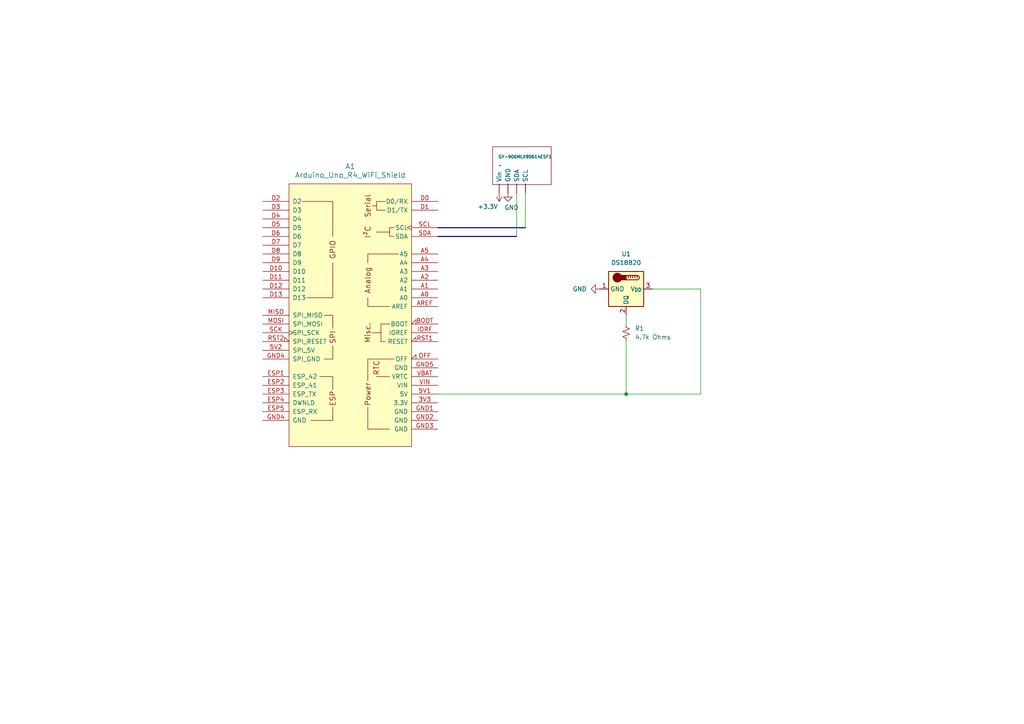
<source format=kicad_sch>
(kicad_sch (version 20250114) (generator "eeschema") (generator_version "9.0")
  (paper "A4")
  (lib_symbols
    (symbol "Breakout_Boards:GY-906_MLX90614ESF"
      (property "Reference" "GY-906MLX90614ESF" (at 2.032 -0.508 0))
      (symbol "GY-906_MLX90614ESF_0_1"
        (rectangle (start -6.985 3.175) (end 10.015 -7.825))
      )
      (symbol "GY-906_MLX90614ESF_1_1"
        (pin power_in line (at -5.08 -10.16 90) (length 2.54) (name "Vin") (number ""))
        (pin power_in line (at -2.54 -10.16 90) (length 2.54) (name "GND") (number ""))
        (pin bidirectional line (at 0 -10.16 90) (length 2.54) (name "SDA") (number ""))
        (pin bidirectional line (at 2.54 -10.16 90) (length 2.54) (name "SCL") (number ""))
      )
    )
    (symbol "Device:R_Small_US" (pin_numbers (hide yes)) (pin_names (offset 0.254) (hide yes))
      (property "Reference" "R" (at 0.762 0.508 0))
      (property "Value" "R_Small_US" (at 0.762 -1.016 0))
      (symbol "R_Small_US_1_1"
        (polyline (pts (xy 0 1.524) (xy 1.016 1.143) (xy 0 0.762) (xy -1.016 0.381) (xy 0 0)))
        (polyline (pts (xy 0 0) (xy 1.016 -0.381) (xy 0 -0.762) (xy -1.016 -1.143) (xy 0 -1.524)))
        (pin passive line (at 0 2.54 270) (length 1.016) (name "~") (number "1"))
        (pin passive line (at 0 -2.54 90) (length 1.016) (name "~") (number "2"))
      )
    )
    (symbol "PCM_arduino-library:Arduino_Uno_R4_WiFi_Shield" (pin_names (offset 1.016))
      (property "Reference" "A" (at 0 43.18 0))
      (property "Value" "Arduino_Uno_R4_WiFi_Shield" (at 0 40.64 0))
      (symbol "Arduino_Uno_R4_WiFi_Shield_0_0"
        (rectangle (start -17.78 38.1) (end 17.78 -38.1) (fill (type background)))
        (polyline (pts (xy -12.7 25.4) (xy -11.43 25.4) (xy -11.43 22.86) (xy -12.7 22.86)))
        (rectangle (start -12.7 -12.7) (end -5.08 -12.7))
        (polyline (pts (xy -11.43 24.13) (xy -7.62 24.13)))
        (rectangle (start -11.43 -33.02) (end -5.08 -33.02))
        (polyline (pts (xy -10.16 33.02) (xy -7.62 33.02) (xy -7.62 30.48) (xy -10.16 30.48)))
        (rectangle (start -10.16 -7.62) (end -8.89 -7.62))
        (rectangle (start -8.89 -2.54) (end -11.43 -2.54))
        (rectangle (start -8.89 -5.08) (end -6.35 -5.08))
        (rectangle (start -8.89 -7.62) (end -8.89 -2.54))
        (polyline (pts (xy -7.62 31.75) (xy -6.35 31.75)))
        (polyline (pts (xy -5.08 15.24) (xy -5.08 17.78) (xy -13.97 17.78)))
        (polyline (pts (xy -5.08 5.08) (xy -5.08 2.54) (xy -11.43 2.54)))
        (polyline (pts (xy -5.08 -12.7) (xy -5.08 -19.05)))
        (polyline (pts (xy -5.08 -26.67) (xy -5.08 -33.02)))
        (polyline (pts (xy 5.08 22.86) (xy 5.08 33.02) (xy 13.97 33.02)))
        (polyline (pts (xy 5.08 15.24) (xy 5.08 5.08) (xy 12.7 5.08)))
        (rectangle (start 5.08 -3.81) (end 5.08 0))
        (rectangle (start 5.08 -12.7) (end 5.08 -8.89))
        (rectangle (start 5.08 -12.7) (end 7.62 -12.7))
        (rectangle (start 5.08 -17.78) (end 8.89 -17.78))
        (rectangle (start 5.08 -21.59) (end 5.08 -17.78))
        (rectangle (start 5.08 -30.48) (end 5.08 -26.67))
        (rectangle (start 5.08 -30.48) (end 11.43 -30.48))
        (rectangle (start 7.62 0) (end 5.08 0))
        (text "RTC" (at -7.62 -15.24 900) (effects (font (size 1.524 1.524))))
        (text "Serial" (at -5.08 31.75 900) (effects (font (size 1.524 1.524))))
        (text "I²C" (at -5.08 24.13 900) (effects (font (size 1.524 1.524))))
        (text "Analog" (at -5.08 10.16 900) (effects (font (size 1.524 1.524))))
        (text "Misc." (at -5.08 -5.08 900) (effects (font (size 1.524 1.524))))
        (text "Power" (at -5.08 -22.86 900) (effects (font (size 1.524 1.524))))
        (text "SPI" (at 5.08 -6.35 900) (effects (font (size 1.524 1.524))))
        (text "ESP" (at 5.08 -24.13 900) (effects (font (size 1.524 1.524))))
      )
      (symbol "Arduino_Uno_R4_WiFi_Shield_0_1"
        (polyline (pts (xy -11.43 -17.78) (xy -7.62 -17.78)))
      )
      (symbol "Arduino_Uno_R4_WiFi_Shield_1_0"
        (text "GPIO" (at 5.08 19.05 900) (effects (font (size 1.524 1.524))))
      )
      (symbol "Arduino_Uno_R4_WiFi_Shield_1_1"
        (pin bidirectional line (at -25.4 33.02 0) (length 7.62) (name "D0/RX") (number "D0"))
        (pin bidirectional line (at -25.4 30.48 0) (length 7.62) (name "D1/TX") (number "D1"))
        (pin bidirectional clock (at -25.4 25.4 0) (length 7.62) (name "SCL") (number "SCL"))
        (pin bidirectional line (at -25.4 22.86 0) (length 7.62) (name "SDA") (number "SDA"))
        (pin bidirectional line (at -25.4 17.78 0) (length 7.62) (name "A5") (number "A5"))
        (pin bidirectional line (at -25.4 15.24 0) (length 7.62) (name "A4") (number "A4"))
        (pin bidirectional line (at -25.4 12.7 0) (length 7.62) (name "A3") (number "A3"))
        (pin bidirectional line (at -25.4 10.16 0) (length 7.62) (name "A2") (number "A2"))
        (pin bidirectional line (at -25.4 7.62 0) (length 7.62) (name "A1") (number "A1"))
        (pin bidirectional line (at -25.4 5.08 0) (length 7.62) (name "A0") (number "A0"))
        (pin input line (at -25.4 2.54 0) (length 7.62) (name "AREF") (number "AREF"))
        (pin input input_low (at -25.4 -2.54 0) (length 7.62) (name "BOOT") (number "BOOT"))
        (pin output line (at -25.4 -5.08 0) (length 7.62) (name "IOREF") (number "IORF"))
        (pin open_collector input_low (at -25.4 -7.62 0) (length 7.62) (name "RESET") (number "RST1"))
        (pin input input_low (at -25.4 -12.7 0) (length 7.62) (name "OFF") (number "OFF"))
        (pin power_in line (at -25.4 -15.24 0) (length 7.62) (name "GND") (number "GND5"))
        (pin power_in line (at -25.4 -17.78 0) (length 7.62) (name "VRTC") (number "VBAT"))
        (pin power_in line (at -25.4 -20.32 0) (length 7.62) (name "VIN") (number "VIN"))
        (pin power_in line (at -25.4 -22.86 0) (length 7.62) (name "5V") (number "5V1"))
        (pin power_out line (at -25.4 -25.4 0) (length 7.62) (name "3.3V") (number "3V3"))
        (pin power_in line (at -25.4 -27.94 0) (length 7.62) (name "GND") (number "GND1"))
        (pin power_in line (at -25.4 -30.48 0) (length 7.62) (name "GND") (number "GND2"))
        (pin power_in line (at -25.4 -33.02 0) (length 7.62) (name "GND") (number "GND3"))
        (pin bidirectional line (at 25.4 33.02 180) (length 7.62) (name "D2") (number "D2"))
        (pin bidirectional line (at 25.4 30.48 180) (length 7.62) (name "D3") (number "D3"))
        (pin bidirectional line (at 25.4 27.94 180) (length 7.62) (name "D4") (number "D4"))
        (pin bidirectional line (at 25.4 25.4 180) (length 7.62) (name "D5") (number "D5"))
        (pin bidirectional line (at 25.4 22.86 180) (length 7.62) (name "D6") (number "D6"))
        (pin bidirectional line (at 25.4 20.32 180) (length 7.62) (name "D7") (number "D7"))
        (pin bidirectional line (at 25.4 17.78 180) (length 7.62) (name "D8") (number "D8"))
        (pin bidirectional line (at 25.4 15.24 180) (length 7.62) (name "D9") (number "D9"))
        (pin bidirectional line (at 25.4 12.7 180) (length 7.62) (name "D10") (number "D10"))
        (pin bidirectional line (at 25.4 10.16 180) (length 7.62) (name "D11") (number "D11"))
        (pin bidirectional line (at 25.4 7.62 180) (length 7.62) (name "D12") (number "D12"))
        (pin bidirectional line (at 25.4 5.08 180) (length 7.62) (name "D13") (number "D13"))
        (pin input line (at 25.4 0 180) (length 7.62) (name "SPI_MISO") (number "MISO"))
        (pin output line (at 25.4 -2.54 180) (length 7.62) (name "SPI_MOSI") (number "MOSI"))
        (pin output clock (at 25.4 -5.08 180) (length 7.62) (name "SPI_SCK") (number "SCK"))
        (pin open_collector input_low (at 25.4 -7.62 180) (length 7.62) (name "SPI_RESET") (number "RST2"))
        (pin power_in line (at 25.4 -10.16 180) (length 7.62) (name "SPI_5V") (number "5V2"))
        (pin power_in line (at 25.4 -12.7 180) (length 7.62) (name "SPI_GND") (number "GND4"))
        (pin bidirectional line (at 25.4 -17.78 180) (length 7.62) (name "ESP_42") (number "ESP1"))
        (pin bidirectional line (at 25.4 -20.32 180) (length 7.62) (name "ESP_41") (number "ESP2"))
        (pin bidirectional line (at 25.4 -22.86 180) (length 7.62) (name "ESP_TX") (number "ESP3"))
        (pin bidirectional line (at 25.4 -25.4 180) (length 7.62) (name "DWNLD") (number "ESP4"))
        (pin bidirectional line (at 25.4 -27.94 180) (length 7.62) (name "ESP_RX") (number "ESP5"))
        (pin power_in line (at 25.4 -30.48 180) (length 7.62) (name "GND") (number "GND4"))
      )
    )
    (symbol "Sensor_Temperature:DS18B20"
      (property "Reference" "U" (at -3.81 6.35 0))
      (property "Value" "DS18B20" (at 6.35 6.35 0))
      (symbol "DS18B20_0_1"
        (rectangle (start -5.08 5.08) (end 5.08 -5.08) (stroke (width 0.254)) (fill (type background)))
        (polyline (pts (xy -3.937 3.175) (xy -3.937 0)) (stroke (width 0.254)))
        (polyline (pts (xy -3.937 3.175) (xy -3.302 3.175)) (stroke (width 0.254)))
        (polyline (pts (xy -3.937 2.54) (xy -3.302 2.54)) (stroke (width 0.254)))
        (polyline (pts (xy -3.937 1.905) (xy -3.302 1.905)) (stroke (width 0.254)))
        (polyline (pts (xy -3.937 1.27) (xy -3.302 1.27)) (stroke (width 0.254)))
        (polyline (pts (xy -3.937 0.635) (xy -3.302 0.635)) (stroke (width 0.254)))
        (arc (start -3.937 3.175) (mid -3.302 3.8073) (end -2.667 3.175) (stroke (width 0.254)))
        (circle (center -3.302 -2.54) (radius 1.27) (stroke (width 0.254)) (fill (type outline)))
        (polyline (pts (xy -2.667 3.175) (xy -2.667 0)) (stroke (width 0.254)))
        (rectangle (start -2.667 -1.905) (end -3.937 0) (stroke (width 0.254)) (fill (type outline)))
      )
      (symbol "DS18B20_1_1"
        (pin power_in line (at 0 7.62 270) (length 2.54) (name "V_{DD}") (number "3"))
        (pin power_in line (at 0 -7.62 90) (length 2.54) (name "GND") (number "1"))
        (pin bidirectional line (at 7.62 0 180) (length 2.54) (name "DQ") (number "2"))
      )
    )
    (symbol "power:+3.3V" (power) (pin_numbers (hide yes)) (pin_names (offset 0) (hide yes))
      (property "Value" "+3.3V" (at 0 3.556 0))
      (symbol "+3.3V_0_1"
        (polyline (pts (xy -0.762 1.27) (xy 0 2.54)))
        (polyline (pts (xy 0 2.54) (xy 0.762 1.27)))
        (polyline (pts (xy 0 0) (xy 0 2.54)))
      )
      (symbol "+3.3V_1_1"
        (pin power_in line (at 0 0 90) (length 0) (name "~") (number "1"))
      )
    )
    (symbol "power:GND" (power) (pin_numbers (hide yes)) (pin_names (offset 0) (hide yes))
      (property "Value" "GND" (at 0 -3.81 0))
      (symbol "GND_0_1"
        (polyline (pts (xy 0 0) (xy 0 -1.27) (xy 1.27 -1.27) (xy 0 -2.54) (xy -1.27 -1.27) (xy 0 -1.27)))
      )
      (symbol "GND_1_1"
        (pin power_in line (at 0 0 270) (length 0) (name "~") (number "1"))
      )
    )
  )
  (junction (at 181.61 114.3))
  (wire (pts (xy 203.2 83.82) (xy 189.23 83.82)))
  (wire (pts (xy 149.86 55.88) (xy 149.86 68.58)))
  (wire (pts (xy 181.61 99.06) (xy 181.61 114.3)))
  (wire (pts (xy 127 114.3) (xy 181.61 114.3)))
  (bus (pts (xy 127 66.04) (xy 152.4 66.04)))
  (wire (pts (xy 203.2 114.3) (xy 203.2 83.82)))
  (wire (pts (xy 181.61 114.3) (xy 203.2 114.3)))
  (wire (pts (xy 152.4 55.88) (xy 152.4 66.04)))
  (wire (pts (xy 181.61 91.44) (xy 181.61 93.98)))
  (bus (pts (xy 127 68.58) (xy 149.86 68.58)))
  (symbol (lib_id "power:GND") (at 147.32 55.88 0) (unit 1)
    (property "Reference" "#PWR02" (effects (hide yes)))
    (property "Value" "GND" (at 148.336 60.198 0))
    (property "Description" "Power symbol creates a global label with name \"GND\" , ground" (effects (hide yes)))
  )
  (symbol (lib_id "power:GND") (at 173.99 83.82 270) (unit 1)
    (property "Reference" "#PWR01" (effects (hide yes)))
    (property "Value" "GND" (at 170.18 83.8199 90) (effects (justify right)))
    (property "Description" "Power symbol creates a global label with name \"GND\" , ground" (effects (hide yes)))
  )
  (symbol (lib_id "Breakout_Boards:GY-906_MLX90614ESF") (at 149.86 45.72 0) (unit 1)
    (property "Reference" "GY-906MLX90614ESF1" (at 144.526 45.466 0) (effects (font (size 0.889 0.889)) (justify left)))
    (property "Value" "~" (at 144.526 48.0059 0) (effects (justify left)))
  )
  (symbol (lib_id "Sensor_Temperature:DS18B20") (at 181.61 83.82 270) (unit 1)
    (property "Reference" "U1" (at 181.61 73.66 90))
    (property "Value" "DS18B20" (at 181.61 76.2 90))
    (property "Footprint" "Package_TO_SOT_THT:TO-92_Inline" (effects (hide yes)))
    (property "Datasheet" "http://datasheets.maximintegrated.com/en/ds/DS18B20.pdf" (effects (hide yes)))
    (property "Description" "Programmable Resolution 1-Wire Digital Thermometer TO-92" (effects (hide yes)))
  )
  (symbol (lib_id "Device:R_Small_US") (at 181.61 96.52 0) (unit 1)
    (property "Reference" "R1" (at 184.15 95.2499 0) (effects (justify left)))
    (property "Value" "4.7k Ohms" (at 184.15 97.7899 0) (effects (justify left)))
    (property "Description" "Resistor, small US symbol" (effects (hide yes)))
  )
  (symbol (lib_id "power:+3.3V") (at 144.78 55.88 180) (unit 1)
    (property "Reference" "#PWR03" (effects (hide yes)))
    (property "Value" "+3.3V" (at 141.478 59.944 0))
    (property "Description" "Power symbol creates a global label with name \"+3.3V\"" (effects (hide yes)))
  )
  (symbol (lib_id "PCM_arduino-library:Arduino_Uno_R4_WiFi_Shield") (at 101.6 91.44 0) (mirror y) (unit 1)
    (property "Reference" "A1" (at 101.6 48.26 0) (effects (font (size 1.524 1.524))))
    (property "Value" "Arduino_Uno_R4_WiFi_Shield" (at 101.6 50.8 0) (effects (font (size 1.524 1.524))))
    (property "Footprint" "PCM_arduino-library:Arduino_Uno_R4_WiFi_Shield" (effects (hide yes)))
    (property "Datasheet" "https://docs.arduino.cc/hardware/uno-r4-wifi" (effects (hide yes)))
    (property "Description" "Shield for Arduino Uno R4 WiFi" (effects (hide yes)))
  )
)
</source>
